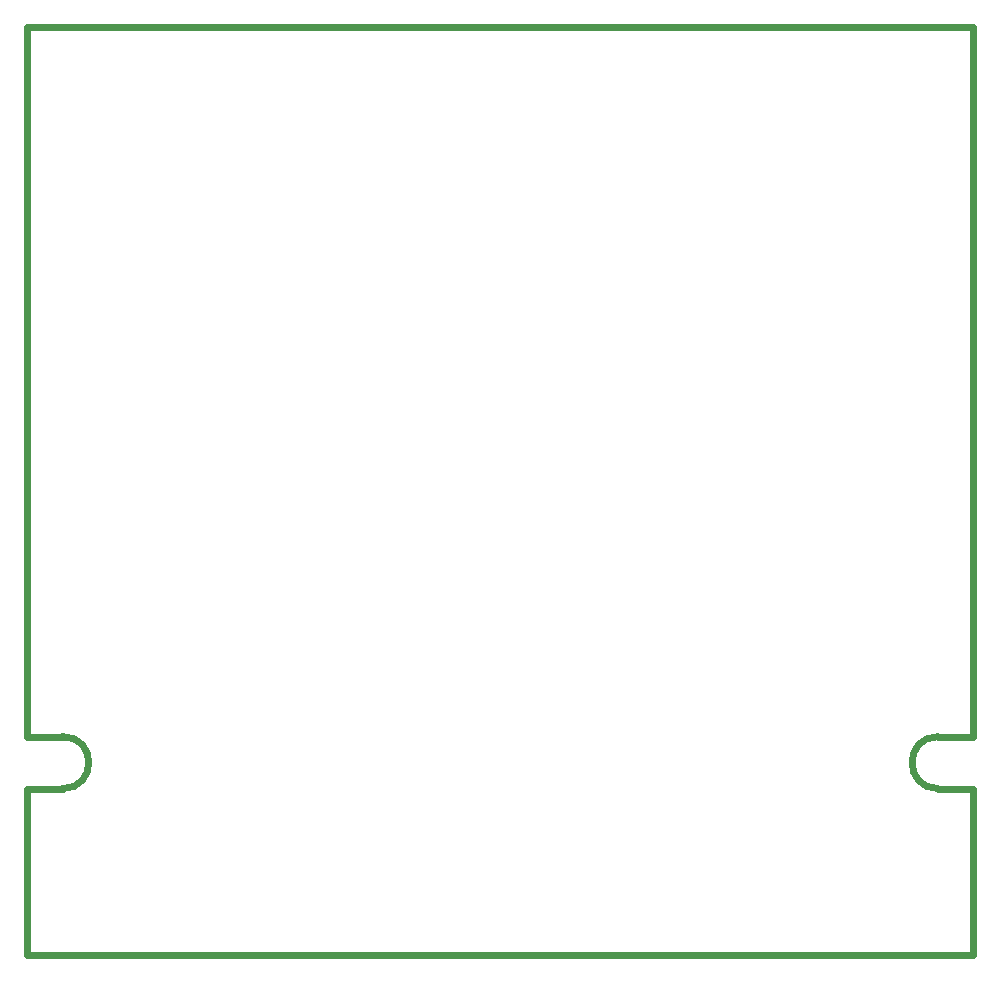
<source format=gm1>
G04 #@! TF.GenerationSoftware,KiCad,Pcbnew,(5.1.10-1-10_14)*
G04 #@! TF.CreationDate,2021-07-09T16:39:03+02:00*
G04 #@! TF.ProjectId,gb-fpga,67622d66-7067-4612-9e6b-696361645f70,rev?*
G04 #@! TF.SameCoordinates,Original*
G04 #@! TF.FileFunction,Profile,NP*
%FSLAX46Y46*%
G04 Gerber Fmt 4.6, Leading zero omitted, Abs format (unit mm)*
G04 Created by KiCad (PCBNEW (5.1.10-1-10_14)) date 2021-07-09 16:39:03*
%MOMM*%
%LPD*%
G01*
G04 APERTURE LIST*
G04 #@! TA.AperFunction,Profile*
%ADD10C,0.600000*%
G04 #@! TD*
G04 APERTURE END LIST*
D10*
X80100000Y14100000D02*
X80100000Y0D01*
X77100000Y14100000D02*
X80100000Y14100000D01*
X77100000Y14100000D02*
G75*
G02*
X77100000Y18500000I0J2200000D01*
G01*
X80100000Y18500000D02*
X77100000Y18500000D01*
X0Y14099858D02*
X0Y0D01*
X3000000Y14099858D02*
X0Y14099858D01*
X3000000Y18500142D02*
G75*
G02*
X3000000Y14099858I0J-2200142D01*
G01*
X0Y18500000D02*
X3000000Y18500000D01*
X0Y78600000D02*
X0Y18500000D01*
X80100000Y78600000D02*
X0Y78600000D01*
X80100000Y18500000D02*
X80100000Y78600000D01*
X0Y0D02*
X80100000Y0D01*
M02*

</source>
